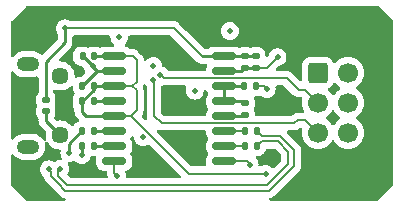
<source format=gbl>
%TF.GenerationSoftware,KiCad,Pcbnew,(7.0.0)*%
%TF.CreationDate,2024-01-19T16:55:17+05:30*%
%TF.ProjectId,Programmer,50726f67-7261-46d6-9d65-722e6b696361,rev?*%
%TF.SameCoordinates,Original*%
%TF.FileFunction,Copper,L4,Bot*%
%TF.FilePolarity,Positive*%
%FSLAX46Y46*%
G04 Gerber Fmt 4.6, Leading zero omitted, Abs format (unit mm)*
G04 Created by KiCad (PCBNEW (7.0.0)) date 2024-01-19 16:55:17*
%MOMM*%
%LPD*%
G01*
G04 APERTURE LIST*
G04 Aperture macros list*
%AMRoundRect*
0 Rectangle with rounded corners*
0 $1 Rounding radius*
0 $2 $3 $4 $5 $6 $7 $8 $9 X,Y pos of 4 corners*
0 Add a 4 corners polygon primitive as box body*
4,1,4,$2,$3,$4,$5,$6,$7,$8,$9,$2,$3,0*
0 Add four circle primitives for the rounded corners*
1,1,$1+$1,$2,$3*
1,1,$1+$1,$4,$5*
1,1,$1+$1,$6,$7*
1,1,$1+$1,$8,$9*
0 Add four rect primitives between the rounded corners*
20,1,$1+$1,$2,$3,$4,$5,0*
20,1,$1+$1,$4,$5,$6,$7,0*
20,1,$1+$1,$6,$7,$8,$9,0*
20,1,$1+$1,$8,$9,$2,$3,0*%
G04 Aperture macros list end*
%TA.AperFunction,ComponentPad*%
%ADD10RoundRect,0.250000X-0.600000X-0.600000X0.600000X-0.600000X0.600000X0.600000X-0.600000X0.600000X0*%
%TD*%
%TA.AperFunction,ComponentPad*%
%ADD11C,1.700000*%
%TD*%
%TA.AperFunction,ComponentPad*%
%ADD12O,1.900000X1.200000*%
%TD*%
%TA.AperFunction,ComponentPad*%
%ADD13C,1.450000*%
%TD*%
%TA.AperFunction,SMDPad,CuDef*%
%ADD14RoundRect,0.135000X-0.135000X-0.185000X0.135000X-0.185000X0.135000X0.185000X-0.135000X0.185000X0*%
%TD*%
%TA.AperFunction,SMDPad,CuDef*%
%ADD15RoundRect,0.140000X0.170000X-0.140000X0.170000X0.140000X-0.170000X0.140000X-0.170000X-0.140000X0*%
%TD*%
%TA.AperFunction,SMDPad,CuDef*%
%ADD16RoundRect,0.140000X0.140000X0.170000X-0.140000X0.170000X-0.140000X-0.170000X0.140000X-0.170000X0*%
%TD*%
%TA.AperFunction,SMDPad,CuDef*%
%ADD17RoundRect,0.140000X-0.140000X-0.170000X0.140000X-0.170000X0.140000X0.170000X-0.140000X0.170000X0*%
%TD*%
%TA.AperFunction,SMDPad,CuDef*%
%ADD18RoundRect,0.140000X-0.170000X0.140000X-0.170000X-0.140000X0.170000X-0.140000X0.170000X0.140000X0*%
%TD*%
%TA.AperFunction,SMDPad,CuDef*%
%ADD19RoundRect,0.135000X-0.185000X0.135000X-0.185000X-0.135000X0.185000X-0.135000X0.185000X0.135000X0*%
%TD*%
%TA.AperFunction,SMDPad,CuDef*%
%ADD20RoundRect,0.150000X0.875000X0.150000X-0.875000X0.150000X-0.875000X-0.150000X0.875000X-0.150000X0*%
%TD*%
%TA.AperFunction,ViaPad*%
%ADD21C,0.500000*%
%TD*%
%TA.AperFunction,Conductor*%
%ADD22C,0.200000*%
%TD*%
%TA.AperFunction,Conductor*%
%ADD23C,0.250000*%
%TD*%
G04 APERTURE END LIST*
D10*
%TO.P,J2,1,Pin_1*%
%TO.N,ESP_EN*%
X168783000Y-95072200D03*
D11*
%TO.P,J2,2,Pin_2*%
%TO.N,VOUT*%
X171323000Y-95072200D03*
%TO.P,J2,3,Pin_3*%
%TO.N,RXD*%
X168783000Y-97612200D03*
%TO.P,J2,4,Pin_4*%
%TO.N,GND*%
X171323000Y-97612200D03*
%TO.P,J2,5,Pin_5*%
%TO.N,TXD*%
X168783000Y-100152200D03*
%TO.P,J2,6,Pin_6*%
%TO.N,ESP_IO0_B*%
X171323000Y-100152200D03*
%TD*%
D12*
%TO.P,J3,6,Shield*%
%TO.N,GND_USB*%
X144253699Y-94340799D03*
D13*
X146953700Y-95340800D03*
X146953700Y-100340800D03*
D12*
X144253699Y-101340799D03*
%TD*%
D14*
%TO.P,R11,1*%
%TO.N,UD-*%
X162579800Y-100025200D03*
%TO.P,R11,2*%
%TO.N,D-*%
X163599800Y-100025200D03*
%TD*%
D15*
%TO.P,C10,1*%
%TO.N,GND_USB*%
X163521600Y-94635200D03*
%TO.P,C10,2*%
%TO.N,V_USB*%
X163521600Y-93675200D03*
%TD*%
D16*
%TO.P,C12,1*%
%TO.N,VOUT*%
X149781200Y-96215200D03*
%TO.P,C12,2*%
%TO.N,GND*%
X148821200Y-96215200D03*
%TD*%
D17*
%TO.P,C8,1*%
%TO.N,VDD1*%
X162559000Y-96215200D03*
%TO.P,C8,2*%
%TO.N,GND_USB*%
X163519000Y-96215200D03*
%TD*%
D15*
%TO.P,C9,1*%
%TO.N,GND_USB*%
X162581800Y-94637800D03*
%TO.P,C9,2*%
%TO.N,V_USB*%
X162581800Y-93677800D03*
%TD*%
D18*
%TO.P,C1,1*%
%TO.N,V_USB*%
X145745200Y-97360800D03*
%TO.P,C1,2*%
%TO.N,GND_USB*%
X145745200Y-98320800D03*
%TD*%
D16*
%TO.P,C11,1*%
%TO.N,VOUT*%
X149805600Y-93675200D03*
%TO.P,C11,2*%
%TO.N,GND*%
X148845600Y-93675200D03*
%TD*%
D19*
%TO.P,R9,1*%
%TO.N,VDD1*%
X162632600Y-97661000D03*
%TO.P,R9,2*%
%TO.N,SPU*%
X162632600Y-98681000D03*
%TD*%
D20*
%TO.P,U3,1,VBUS1*%
%TO.N,V_USB*%
X160832800Y-93675200D03*
%TO.P,U3,2,GND1*%
%TO.N,GND_USB*%
X160832800Y-94945200D03*
%TO.P,U3,3,VDD1*%
%TO.N,VDD1*%
X160832800Y-96215200D03*
%TO.P,U3,4,PDEN*%
X160832800Y-97485200D03*
%TO.P,U3,5,SPU*%
%TO.N,SPU*%
X160832800Y-98755200D03*
%TO.P,U3,6,UD-*%
%TO.N,UD-*%
X160832800Y-100025200D03*
%TO.P,U3,7,UD+*%
%TO.N,UD+*%
X160832800Y-101295200D03*
%TO.P,U3,8,GND1*%
%TO.N,GND_USB*%
X160832800Y-102565200D03*
%TO.P,U3,9,GND2*%
%TO.N,GND*%
X151532800Y-102565200D03*
%TO.P,U3,10,DD+*%
%TO.N,Net-(U3-DD+)*%
X151532800Y-101295200D03*
%TO.P,U3,11,DD-*%
%TO.N,Net-(U3-DD-)*%
X151532800Y-100025200D03*
%TO.P,U3,12,PIN*%
%TO.N,VOUT*%
X151532800Y-98755200D03*
%TO.P,U3,13,SPD*%
%TO.N,SPD*%
X151532800Y-97485200D03*
%TO.P,U3,14,VDD2*%
%TO.N,VOUT*%
X151532800Y-96215200D03*
%TO.P,U3,15,GND2*%
%TO.N,GND*%
X151532800Y-94945200D03*
%TO.P,U3,16,VBUS2*%
%TO.N,VOUT*%
X151532800Y-93675200D03*
%TD*%
D14*
%TO.P,R10,1*%
%TO.N,UD+*%
X162579800Y-101295200D03*
%TO.P,R10,2*%
%TO.N,D+*%
X163599800Y-101295200D03*
%TD*%
%TO.P,R14,1*%
%TO.N,CP_D+*%
X148764200Y-101295200D03*
%TO.P,R14,2*%
%TO.N,Net-(U3-DD+)*%
X149784200Y-101295200D03*
%TD*%
%TO.P,R15,1*%
%TO.N,CP_D-*%
X148789600Y-100025200D03*
%TO.P,R15,2*%
%TO.N,Net-(U3-DD-)*%
X149809600Y-100025200D03*
%TD*%
%TO.P,R13,1*%
%TO.N,VOUT*%
X148791200Y-97485200D03*
%TO.P,R13,2*%
%TO.N,SPD*%
X149811200Y-97485200D03*
%TD*%
D21*
%TO.N,GND*%
X161315400Y-91541600D03*
X153949400Y-100533200D03*
X149707600Y-94538800D03*
X151765000Y-103809800D03*
%TO.N,VOUT*%
X164338000Y-103632000D03*
%TO.N,GND_USB*%
X162991800Y-102844600D03*
X165354000Y-93751400D03*
X164439600Y-96469200D03*
%TO.N,V_USB*%
X147370800Y-91313000D03*
%TO.N,RXD*%
X155422600Y-95250000D03*
%TO.N,TXD*%
X154838400Y-95707200D03*
%TO.N,ESP_IO0_B*%
X154838400Y-94488000D03*
%TO.N,RTS*%
X151968200Y-92075000D03*
X158343600Y-96596200D03*
%TO.N,D-*%
X145999200Y-103251000D03*
%TO.N,D+*%
X146939000Y-103200200D03*
%TO.N,CP_D+*%
X148767800Y-102031800D03*
%TO.N,CP_D-*%
X147726400Y-101879400D03*
%TD*%
D22*
%TO.N,RXD*%
X167716200Y-96545400D02*
X168783000Y-97612200D01*
X167157400Y-96545400D02*
X167716200Y-96545400D01*
%TO.N,TXD*%
X167716200Y-99085400D02*
X168783000Y-100152200D01*
X167055800Y-99085400D02*
X167716200Y-99085400D01*
D23*
%TO.N,GND*%
X149707600Y-94538800D02*
X149701591Y-94538800D01*
X150107991Y-94945200D02*
X150083591Y-94945200D01*
X151532800Y-94945200D02*
X150107991Y-94945200D01*
X149701591Y-94538800D02*
X148845600Y-93682809D01*
X150083591Y-94945200D02*
X148821200Y-96207591D01*
X148845600Y-93682809D02*
X148845600Y-93675200D01*
D22*
X151532800Y-103577600D02*
X151765000Y-103809800D01*
D23*
X148821200Y-96207591D02*
X148821200Y-96215200D01*
X150107991Y-94945200D02*
X149707600Y-94544809D01*
D22*
X151532800Y-102565200D02*
X151532800Y-103577600D01*
D23*
X149707600Y-94544809D02*
X149707600Y-94538800D01*
%TO.N,VOUT*%
X151532800Y-98755200D02*
X149174200Y-98755200D01*
X149174200Y-98755200D02*
X148791200Y-98372200D01*
X151532800Y-96215200D02*
X149781200Y-96215200D01*
D22*
X151532800Y-98755200D02*
X152974200Y-98755200D01*
X152908000Y-98755200D02*
X151532800Y-98755200D01*
D23*
X148791200Y-98372200D02*
X148791200Y-97485200D01*
D22*
X157825600Y-103606600D02*
X164338000Y-103606600D01*
X151532800Y-93675200D02*
X153085800Y-93675200D01*
D23*
X151532800Y-93675200D02*
X149805600Y-93675200D01*
D22*
X153085800Y-93675200D02*
X153441400Y-94030800D01*
D23*
X149781200Y-96495200D02*
X148791200Y-97485200D01*
D22*
X153416000Y-98247200D02*
X152908000Y-98755200D01*
X153441400Y-94030800D02*
X153441400Y-95834200D01*
X153441400Y-95834200D02*
X153060400Y-96215200D01*
X153060400Y-96215200D02*
X151532800Y-96215200D01*
X153416000Y-96570800D02*
X153416000Y-98247200D01*
X152974200Y-98755200D02*
X157825600Y-103606600D01*
D23*
X149781200Y-96215200D02*
X149781200Y-96495200D01*
D22*
X153060400Y-96215200D02*
X153416000Y-96570800D01*
%TO.N,GND_USB*%
X160832800Y-102565200D02*
X162737800Y-102565200D01*
X163017200Y-102844600D02*
X163017200Y-102844600D01*
X164185600Y-96215200D02*
X164439600Y-96469200D01*
X164439600Y-96469200D02*
X164414200Y-96443800D01*
X162737800Y-102565200D02*
X162991800Y-102819200D01*
X165354000Y-93751400D02*
X165328600Y-93776800D01*
X164439600Y-96469200D02*
X164439600Y-96469200D01*
D23*
X162581800Y-94637800D02*
X163519000Y-94637800D01*
D22*
X165354000Y-93751400D02*
X165354000Y-93751400D01*
X162991800Y-102819200D02*
X162991800Y-102844600D01*
D23*
X162274400Y-94945200D02*
X162581800Y-94637800D01*
D22*
X163519000Y-96215200D02*
X164185600Y-96215200D01*
X163521600Y-94635200D02*
X164470200Y-94635200D01*
D23*
X160832800Y-94945200D02*
X162274400Y-94945200D01*
X145745200Y-98320800D02*
X145745200Y-99132300D01*
X163521600Y-96212600D02*
X163519000Y-96215200D01*
X163519000Y-94637800D02*
X163521600Y-94635200D01*
D22*
X162991800Y-102844600D02*
X163017200Y-102844600D01*
D23*
X145745200Y-99132300D02*
X146953700Y-100340800D01*
D22*
X164439600Y-96469200D02*
X164439600Y-96469200D01*
X165354000Y-93751400D02*
X165354000Y-93751400D01*
X164470200Y-94635200D02*
X165354000Y-93751400D01*
D23*
%TO.N,VDD1*%
X160832800Y-96215200D02*
X160832800Y-97485200D01*
X160832800Y-97485200D02*
X162456800Y-97485200D01*
X162456800Y-97485200D02*
X162632600Y-97661000D01*
X162559000Y-96215200D02*
X160832800Y-96215200D01*
%TO.N,V_USB*%
X145745200Y-94132400D02*
X147370800Y-92506800D01*
X147370800Y-92506800D02*
X147370800Y-91313000D01*
D22*
X158927800Y-93675200D02*
X156565600Y-91313000D01*
D23*
X145745200Y-97360800D02*
X145745200Y-94132400D01*
X158927800Y-93675200D02*
X160832800Y-93675200D01*
X160832800Y-93675200D02*
X163521600Y-93675200D01*
D22*
X156565600Y-91313000D02*
X147370800Y-91313000D01*
%TO.N,RXD*%
X155422600Y-95250000D02*
X155717800Y-95545200D01*
X166157200Y-95545200D02*
X167157400Y-96545400D01*
X155717800Y-95545200D02*
X166157200Y-95545200D01*
%TO.N,TXD*%
X154863800Y-95707200D02*
X154838400Y-95707200D01*
X155540000Y-99355200D02*
X154889200Y-98704400D01*
X154889200Y-95732600D02*
X154863800Y-95707200D01*
X154889200Y-98704400D02*
X154889200Y-95732600D01*
X167055800Y-99085400D02*
X166786000Y-99355200D01*
X166786000Y-99355200D02*
X155540000Y-99355200D01*
X154838400Y-95707200D02*
X154838400Y-95681800D01*
X154838400Y-95681800D02*
X154838400Y-95681800D01*
%TO.N,D-*%
X145973800Y-103251000D02*
X145973800Y-103251000D01*
X163599800Y-100025200D02*
X164009799Y-100435199D01*
X166722000Y-101583000D02*
X166722000Y-102988600D01*
X146151600Y-103555800D02*
X146151600Y-103428800D01*
X146729100Y-104400700D02*
X146151600Y-103823200D01*
X147379200Y-105050800D02*
X146729100Y-104400700D01*
X165574199Y-100435199D02*
X166722000Y-101583000D01*
X145999200Y-103251000D02*
X145973800Y-103251000D01*
X146151600Y-103428800D02*
X145999200Y-103276400D01*
X166722000Y-102988600D02*
X164659800Y-105050800D01*
X146151600Y-103823200D02*
X146151600Y-103555800D01*
X164009799Y-100435199D02*
X165574199Y-100435199D01*
X164659800Y-105050800D02*
X147379200Y-105050800D01*
X145999200Y-103276400D02*
X145999200Y-103251000D01*
%TO.N,D+*%
X164473400Y-104600800D02*
X147565600Y-104600800D01*
X165387801Y-100885201D02*
X166272000Y-101769400D01*
X146939000Y-103225600D02*
X146939000Y-103200200D01*
X146939000Y-103200200D02*
X146964400Y-103200200D01*
X147565600Y-104600800D02*
X147047300Y-104082500D01*
X163599800Y-101295200D02*
X164009799Y-100885201D01*
X146786600Y-103821800D02*
X146786600Y-103682800D01*
X166272000Y-102802200D02*
X164473400Y-104600800D01*
X164009799Y-100885201D02*
X165387801Y-100885201D01*
X146786600Y-103682800D02*
X146786600Y-103378000D01*
X146964400Y-103200200D02*
X146939000Y-103225600D01*
X166272000Y-101769400D02*
X166272000Y-102802200D01*
X147047300Y-104082500D02*
X146786600Y-103821800D01*
X146786600Y-103378000D02*
X146939000Y-103225600D01*
D23*
%TO.N,SPU*%
X162558400Y-98755200D02*
X162632600Y-98681000D01*
X160832800Y-98755200D02*
X162558400Y-98755200D01*
D22*
%TO.N,UD+*%
X160832800Y-101295200D02*
X162579800Y-101295200D01*
%TO.N,UD-*%
X162579800Y-100025200D02*
X160832800Y-100025200D01*
D23*
%TO.N,SPD*%
X149811200Y-97485200D02*
X151532800Y-97485200D01*
%TO.N,CP_D+*%
X148767800Y-102031800D02*
X148764200Y-102035400D01*
X148764200Y-102028200D02*
X148767800Y-102031800D01*
X148764200Y-102035400D02*
X148764200Y-102053600D01*
X148764200Y-101295200D02*
X148764200Y-102028200D01*
%TO.N,Net-(U3-DD+)*%
X151532800Y-101295200D02*
X149784200Y-101295200D01*
%TO.N,CP_D-*%
X147701000Y-101078425D02*
X147726400Y-101879400D01*
X148754225Y-100025200D02*
X147701000Y-101078425D01*
X148789600Y-100025200D02*
X148754225Y-100025200D01*
X147726400Y-101879400D02*
X147701000Y-101904800D01*
%TO.N,Net-(U3-DD-)*%
X151532800Y-100025200D02*
X149809600Y-100025200D01*
%TD*%
%TA.AperFunction,NonConductor*%
G36*
X156312956Y-91922939D02*
G01*
X156353184Y-91949819D01*
X158365586Y-93962221D01*
X158382602Y-93983459D01*
X158442014Y-94077077D01*
X158557218Y-94185262D01*
X158695708Y-94261397D01*
X158848781Y-94300700D01*
X159277108Y-94300700D01*
X159339389Y-94317475D01*
X159384818Y-94363263D01*
X159401104Y-94425673D01*
X159383840Y-94487820D01*
X159360029Y-94528082D01*
X159360025Y-94528089D01*
X159356056Y-94534802D01*
X159353880Y-94542291D01*
X159353879Y-94542294D01*
X159311970Y-94686542D01*
X159311968Y-94686551D01*
X159310202Y-94692631D01*
X159309705Y-94698939D01*
X159309704Y-94698948D01*
X159307491Y-94727071D01*
X159307490Y-94727086D01*
X159307300Y-94729506D01*
X159307300Y-94731951D01*
X159307300Y-94820700D01*
X159290687Y-94882700D01*
X159245300Y-94928087D01*
X159183300Y-94944700D01*
X156185657Y-94944700D01*
X156125676Y-94929228D01*
X156080663Y-94886672D01*
X156052708Y-94842182D01*
X156013077Y-94779110D01*
X155893490Y-94659523D01*
X155804532Y-94603627D01*
X155756180Y-94573245D01*
X155750290Y-94569544D01*
X155743727Y-94567247D01*
X155743724Y-94567246D01*
X155670325Y-94541563D01*
X155614333Y-94501833D01*
X155588061Y-94438406D01*
X155574713Y-94319941D01*
X155518856Y-94160310D01*
X155428877Y-94017110D01*
X155309290Y-93897523D01*
X155166090Y-93807544D01*
X155159524Y-93805246D01*
X155159521Y-93805245D01*
X155013033Y-93753987D01*
X155013030Y-93753986D01*
X155006459Y-93751687D01*
X154999542Y-93750907D01*
X154999535Y-93750906D01*
X154845323Y-93733531D01*
X154838400Y-93732751D01*
X154831477Y-93733531D01*
X154677264Y-93750906D01*
X154677255Y-93750907D01*
X154670341Y-93751687D01*
X154663771Y-93753985D01*
X154663766Y-93753987D01*
X154517278Y-93805245D01*
X154517272Y-93805247D01*
X154510710Y-93807544D01*
X154504819Y-93811245D01*
X154504818Y-93811246D01*
X154373410Y-93893815D01*
X154373405Y-93893818D01*
X154367510Y-93897523D01*
X154362585Y-93902447D01*
X154362581Y-93902451D01*
X154247923Y-94017110D01*
X154246502Y-94015689D01*
X154210680Y-94043695D01*
X154154346Y-94054886D01*
X154099012Y-94039493D01*
X154056550Y-94000818D01*
X154036070Y-93947158D01*
X154035111Y-93939875D01*
X154026444Y-93874038D01*
X153965936Y-93727959D01*
X153869682Y-93602518D01*
X153844622Y-93583289D01*
X153832434Y-93572599D01*
X153543999Y-93284164D01*
X153533303Y-93271968D01*
X153519028Y-93253364D01*
X153514082Y-93246918D01*
X153388641Y-93150664D01*
X153381133Y-93147554D01*
X153250071Y-93093266D01*
X153250068Y-93093265D01*
X153242562Y-93090156D01*
X153234508Y-93089095D01*
X153234502Y-93089094D01*
X153233804Y-93089003D01*
X153117102Y-93073639D01*
X153085800Y-93069518D01*
X153077741Y-93070579D01*
X153054498Y-93073639D01*
X153038313Y-93074700D01*
X152928608Y-93074700D01*
X152881155Y-93065261D01*
X152840927Y-93038381D01*
X152815183Y-93012637D01*
X152815182Y-93012636D01*
X152809665Y-93007119D01*
X152802951Y-93003148D01*
X152802948Y-93003146D01*
X152674913Y-92927427D01*
X152674911Y-92927426D01*
X152668198Y-92923456D01*
X152660674Y-92921270D01*
X152516452Y-92879369D01*
X152516449Y-92879368D01*
X152510369Y-92877602D01*
X152504060Y-92877105D01*
X152502399Y-92876802D01*
X152450799Y-92854405D01*
X152414404Y-92811516D01*
X152400702Y-92756959D01*
X152412514Y-92701963D01*
X152440364Y-92666751D01*
X152439090Y-92665477D01*
X152476452Y-92628115D01*
X152558677Y-92545890D01*
X152648656Y-92402690D01*
X152704513Y-92243059D01*
X152723449Y-92075000D01*
X152720788Y-92051383D01*
X152732288Y-91983699D01*
X152778036Y-91932506D01*
X152844008Y-91913500D01*
X156265503Y-91913500D01*
X156312956Y-91922939D01*
G37*
%TD.AperFunction*%
%TA.AperFunction,NonConductor*%
G36*
X151158364Y-91932506D02*
G01*
X151204112Y-91983699D01*
X151215611Y-92051383D01*
X151212951Y-92075000D01*
X151213731Y-92081923D01*
X151231106Y-92236135D01*
X151231107Y-92236142D01*
X151231887Y-92243059D01*
X151234186Y-92249630D01*
X151234187Y-92249633D01*
X151250708Y-92296849D01*
X151287744Y-92402690D01*
X151377723Y-92545890D01*
X151382651Y-92550817D01*
X151382651Y-92550818D01*
X151494852Y-92663019D01*
X151525102Y-92712382D01*
X151529644Y-92770098D01*
X151507489Y-92823585D01*
X151463466Y-92861185D01*
X151407171Y-92874700D01*
X150592106Y-92874700D01*
X150589686Y-92874890D01*
X150589671Y-92874891D01*
X150561548Y-92877104D01*
X150561539Y-92877105D01*
X150555231Y-92877602D01*
X150549151Y-92879368D01*
X150549142Y-92879370D01*
X150404894Y-92921279D01*
X150404891Y-92921280D01*
X150397402Y-92923456D01*
X150390691Y-92927424D01*
X150390681Y-92927429D01*
X150371903Y-92938534D01*
X150308784Y-92955800D01*
X150245666Y-92938532D01*
X150208714Y-92916678D01*
X150208703Y-92916673D01*
X150201995Y-92912706D01*
X150194502Y-92910529D01*
X150052681Y-92869325D01*
X150052674Y-92869323D01*
X150046593Y-92867557D01*
X150040282Y-92867060D01*
X150040275Y-92867059D01*
X150012724Y-92864891D01*
X150012710Y-92864890D01*
X150010290Y-92864700D01*
X149600910Y-92864700D01*
X149598490Y-92864890D01*
X149598475Y-92864891D01*
X149570924Y-92867059D01*
X149570915Y-92867060D01*
X149564607Y-92867557D01*
X149558527Y-92869323D01*
X149558518Y-92869325D01*
X149416697Y-92910529D01*
X149416694Y-92910530D01*
X149409205Y-92912706D01*
X149391028Y-92923456D01*
X149388718Y-92924822D01*
X149325600Y-92942088D01*
X149262482Y-92924822D01*
X149261116Y-92924014D01*
X149241995Y-92912706D01*
X149234502Y-92910529D01*
X149092681Y-92869325D01*
X149092674Y-92869323D01*
X149086593Y-92867557D01*
X149080282Y-92867060D01*
X149080275Y-92867059D01*
X149052724Y-92864891D01*
X149052710Y-92864890D01*
X149050290Y-92864700D01*
X148640910Y-92864700D01*
X148638490Y-92864890D01*
X148638475Y-92864891D01*
X148610924Y-92867059D01*
X148610915Y-92867060D01*
X148604607Y-92867557D01*
X148598527Y-92869323D01*
X148598518Y-92869325D01*
X148456697Y-92910529D01*
X148456694Y-92910530D01*
X148449205Y-92912706D01*
X148442491Y-92916676D01*
X148442490Y-92916677D01*
X148316630Y-92991110D01*
X148316626Y-92991112D01*
X148309913Y-92995083D01*
X148304398Y-93000597D01*
X148304394Y-93000601D01*
X148201001Y-93103994D01*
X148200997Y-93103998D01*
X148195483Y-93109513D01*
X148191512Y-93116226D01*
X148191510Y-93116230D01*
X148117077Y-93242090D01*
X148113106Y-93248805D01*
X148110930Y-93256294D01*
X148110929Y-93256297D01*
X148069725Y-93398118D01*
X148069723Y-93398127D01*
X148067957Y-93404207D01*
X148067460Y-93410515D01*
X148067459Y-93410524D01*
X148065291Y-93438075D01*
X148065290Y-93438090D01*
X148065100Y-93440510D01*
X148065100Y-93909890D01*
X148065290Y-93912310D01*
X148065291Y-93912324D01*
X148067459Y-93939875D01*
X148067460Y-93939882D01*
X148067957Y-93946193D01*
X148069723Y-93952274D01*
X148069725Y-93952281D01*
X148107533Y-94082414D01*
X148113106Y-94101595D01*
X148195483Y-94240887D01*
X148309913Y-94355317D01*
X148449205Y-94437694D01*
X148604607Y-94482843D01*
X148640910Y-94485700D01*
X148712539Y-94485700D01*
X148759992Y-94495139D01*
X148800220Y-94522019D01*
X148943859Y-94665658D01*
X148973219Y-94712384D01*
X149024843Y-94859916D01*
X149024845Y-94859921D01*
X149027144Y-94866490D01*
X149030845Y-94872380D01*
X149030846Y-94872382D01*
X149071221Y-94936638D01*
X149089447Y-94988726D01*
X149083269Y-95043564D01*
X149053908Y-95090291D01*
X148775819Y-95368381D01*
X148735591Y-95395261D01*
X148688138Y-95404700D01*
X148616510Y-95404700D01*
X148614090Y-95404890D01*
X148614075Y-95404891D01*
X148586524Y-95407059D01*
X148586515Y-95407060D01*
X148580207Y-95407557D01*
X148574127Y-95409323D01*
X148574118Y-95409325D01*
X148432297Y-95450529D01*
X148432294Y-95450530D01*
X148424805Y-95452706D01*
X148418094Y-95456674D01*
X148418089Y-95456677D01*
X148368088Y-95486248D01*
X148303235Y-95503504D01*
X148238890Y-95484443D01*
X148193898Y-95434650D01*
X148181439Y-95368707D01*
X148181579Y-95367116D01*
X148183881Y-95340800D01*
X148165192Y-95127181D01*
X148161116Y-95111971D01*
X148136651Y-95020664D01*
X148109692Y-94920053D01*
X148019068Y-94725710D01*
X147896073Y-94550055D01*
X147744445Y-94398427D01*
X147740014Y-94395324D01*
X147740010Y-94395321D01*
X147573220Y-94278533D01*
X147573218Y-94278531D01*
X147568791Y-94275432D01*
X147563894Y-94273148D01*
X147563888Y-94273145D01*
X147379353Y-94187095D01*
X147379346Y-94187092D01*
X147374447Y-94184808D01*
X147369220Y-94183407D01*
X147369219Y-94183407D01*
X147172551Y-94130709D01*
X147172541Y-94130707D01*
X147167319Y-94129308D01*
X147161927Y-94128836D01*
X147161920Y-94128835D01*
X146959095Y-94111091D01*
X146953700Y-94110619D01*
X146949884Y-94110952D01*
X146894165Y-94097576D01*
X146850142Y-94059976D01*
X146827987Y-94006489D01*
X146832529Y-93948773D01*
X146862779Y-93899410D01*
X147294114Y-93468075D01*
X147758106Y-93004082D01*
X147766282Y-92996643D01*
X147772677Y-92992586D01*
X147818733Y-92943540D01*
X147821350Y-92940838D01*
X147840920Y-92921270D01*
X147843365Y-92918116D01*
X147850955Y-92909228D01*
X147880862Y-92877382D01*
X147890509Y-92859832D01*
X147901193Y-92843566D01*
X147913474Y-92827736D01*
X147930818Y-92787651D01*
X147935960Y-92777156D01*
X147947890Y-92755456D01*
X147956997Y-92738892D01*
X147961979Y-92719489D01*
X147968280Y-92701083D01*
X147976238Y-92682695D01*
X147983069Y-92639556D01*
X147985439Y-92628115D01*
X147994360Y-92593374D01*
X147994359Y-92593374D01*
X147996300Y-92585819D01*
X147996300Y-92565783D01*
X147997825Y-92546397D01*
X148000960Y-92526604D01*
X147996850Y-92483124D01*
X147996300Y-92471455D01*
X147996300Y-92037500D01*
X148012913Y-91975500D01*
X148058300Y-91930113D01*
X148120300Y-91913500D01*
X151092392Y-91913500D01*
X151158364Y-91932506D01*
G37*
%TD.AperFunction*%
%TA.AperFunction,NonConductor*%
G36*
X170230100Y-95904585D02*
G01*
X170282842Y-95941227D01*
X170284505Y-95943601D01*
X170451599Y-96110695D01*
X170456032Y-96113799D01*
X170456038Y-96113804D01*
X170637158Y-96240625D01*
X170676024Y-96284943D01*
X170690035Y-96342200D01*
X170676024Y-96399457D01*
X170637159Y-96443775D01*
X170538654Y-96512749D01*
X170451599Y-96573705D01*
X170447775Y-96577528D01*
X170447769Y-96577534D01*
X170288334Y-96736969D01*
X170288328Y-96736975D01*
X170284505Y-96740799D01*
X170281402Y-96745229D01*
X170281399Y-96745234D01*
X170154575Y-96926359D01*
X170110257Y-96965225D01*
X170053000Y-96979236D01*
X169995743Y-96965225D01*
X169951425Y-96926359D01*
X169879158Y-96823151D01*
X169821495Y-96740799D01*
X169654401Y-96573705D01*
X169652027Y-96572042D01*
X169615385Y-96519300D01*
X169610425Y-96454432D01*
X169638989Y-96395981D01*
X169689124Y-96362747D01*
X169688933Y-96362338D01*
X169691662Y-96361065D01*
X169693215Y-96360036D01*
X169693962Y-96359788D01*
X169702334Y-96357014D01*
X169851656Y-96264912D01*
X169975712Y-96140856D01*
X170067814Y-95991534D01*
X170070835Y-95982415D01*
X170071865Y-95980862D01*
X170073138Y-95978133D01*
X170073547Y-95978324D01*
X170106781Y-95928189D01*
X170165232Y-95899625D01*
X170230100Y-95904585D01*
G37*
%TD.AperFunction*%
%TA.AperFunction,NonConductor*%
G36*
X155709741Y-96149821D02*
G01*
X155717800Y-96150882D01*
X155725859Y-96149821D01*
X155749102Y-96146761D01*
X155765287Y-96145700D01*
X157531355Y-96145700D01*
X157588269Y-96159533D01*
X157632484Y-96197945D01*
X157654137Y-96252366D01*
X157648397Y-96310654D01*
X157609587Y-96421566D01*
X157609585Y-96421571D01*
X157607287Y-96428141D01*
X157606507Y-96435055D01*
X157606506Y-96435064D01*
X157590454Y-96577534D01*
X157588351Y-96596200D01*
X157589131Y-96603123D01*
X157606506Y-96757335D01*
X157606507Y-96757342D01*
X157607287Y-96764259D01*
X157609586Y-96770830D01*
X157609587Y-96770833D01*
X157657444Y-96907602D01*
X157663144Y-96923890D01*
X157753123Y-97067090D01*
X157872710Y-97186677D01*
X158015910Y-97276656D01*
X158175541Y-97332513D01*
X158343600Y-97351449D01*
X158511659Y-97332513D01*
X158671290Y-97276656D01*
X158814490Y-97186677D01*
X158934077Y-97067090D01*
X159024056Y-96923890D01*
X159079913Y-96764259D01*
X159098849Y-96596200D01*
X159101084Y-96596451D01*
X159111880Y-96551996D01*
X159150238Y-96507793D01*
X159204597Y-96486106D01*
X159262848Y-96491766D01*
X159312015Y-96523513D01*
X159341144Y-96574273D01*
X159356056Y-96625598D01*
X159360026Y-96632311D01*
X159360027Y-96632313D01*
X159366840Y-96643833D01*
X159439719Y-96767065D01*
X159445232Y-96772578D01*
X159446491Y-96774201D01*
X159469525Y-96823151D01*
X159469525Y-96877249D01*
X159446491Y-96926199D01*
X159445232Y-96927821D01*
X159439719Y-96933335D01*
X159435751Y-96940044D01*
X159435749Y-96940047D01*
X159360027Y-97068086D01*
X159360024Y-97068091D01*
X159356056Y-97074802D01*
X159353880Y-97082291D01*
X159353879Y-97082294D01*
X159311970Y-97226542D01*
X159311968Y-97226551D01*
X159310202Y-97232631D01*
X159309705Y-97238939D01*
X159309704Y-97238948D01*
X159307491Y-97267071D01*
X159307490Y-97267086D01*
X159307300Y-97269506D01*
X159307300Y-97700894D01*
X159307490Y-97703314D01*
X159307491Y-97703328D01*
X159309704Y-97731451D01*
X159309705Y-97731458D01*
X159310202Y-97737769D01*
X159311968Y-97743850D01*
X159311970Y-97743857D01*
X159345766Y-97860181D01*
X159356056Y-97895598D01*
X159360026Y-97902311D01*
X159360027Y-97902313D01*
X159377175Y-97931308D01*
X159439719Y-98037065D01*
X159445232Y-98042578D01*
X159446491Y-98044201D01*
X159469525Y-98093151D01*
X159469525Y-98147249D01*
X159446491Y-98196199D01*
X159445232Y-98197821D01*
X159439719Y-98203335D01*
X159435751Y-98210044D01*
X159435749Y-98210047D01*
X159360027Y-98338086D01*
X159360024Y-98338091D01*
X159356056Y-98344802D01*
X159353880Y-98352291D01*
X159353879Y-98352294D01*
X159311970Y-98496542D01*
X159311968Y-98496551D01*
X159310202Y-98502631D01*
X159309705Y-98508939D01*
X159309704Y-98508948D01*
X159307491Y-98537071D01*
X159307490Y-98537086D01*
X159307300Y-98539506D01*
X159307300Y-98541951D01*
X159307300Y-98630700D01*
X159290687Y-98692700D01*
X159245300Y-98738087D01*
X159183300Y-98754700D01*
X155840097Y-98754700D01*
X155792644Y-98745261D01*
X155752416Y-98718381D01*
X155526019Y-98491984D01*
X155499139Y-98451756D01*
X155489700Y-98404303D01*
X155489700Y-96262247D01*
X155509119Y-96195622D01*
X155561295Y-96149865D01*
X155629885Y-96139308D01*
X155709741Y-96149821D01*
G37*
%TD.AperFunction*%
%TA.AperFunction,NonConductor*%
G36*
X165904556Y-96155139D02*
G01*
X165944784Y-96182019D01*
X166699199Y-96936434D01*
X166709889Y-96948622D01*
X166729118Y-96973682D01*
X166834109Y-97054244D01*
X166854559Y-97069936D01*
X167000638Y-97130444D01*
X167157400Y-97151082D01*
X167165459Y-97150021D01*
X167188702Y-97146961D01*
X167204887Y-97145900D01*
X167348204Y-97145900D01*
X167403048Y-97158688D01*
X167446580Y-97194413D01*
X167469821Y-97245708D01*
X167467979Y-97301993D01*
X167449337Y-97371565D01*
X167449335Y-97371570D01*
X167447937Y-97376792D01*
X167447465Y-97382177D01*
X167447465Y-97382182D01*
X167427813Y-97606805D01*
X167427341Y-97612200D01*
X167427813Y-97617595D01*
X167441818Y-97777677D01*
X167447937Y-97847608D01*
X167449336Y-97852830D01*
X167449337Y-97852834D01*
X167507694Y-98070630D01*
X167507697Y-98070638D01*
X167509097Y-98075863D01*
X167511385Y-98080770D01*
X167511386Y-98080772D01*
X167606570Y-98284895D01*
X167608965Y-98290030D01*
X167612066Y-98294459D01*
X167614632Y-98298903D01*
X167631243Y-98360903D01*
X167614629Y-98422902D01*
X167569242Y-98468288D01*
X167507243Y-98484900D01*
X167103287Y-98484900D01*
X167087102Y-98483839D01*
X167063859Y-98480779D01*
X167055800Y-98479718D01*
X167047740Y-98480779D01*
X166913862Y-98498403D01*
X166913860Y-98498403D01*
X166899038Y-98500355D01*
X166899038Y-98500356D01*
X166885311Y-98506041D01*
X166885309Y-98506042D01*
X166760466Y-98557754D01*
X166760462Y-98557755D01*
X166752959Y-98560864D01*
X166746514Y-98565808D01*
X166746511Y-98565811D01*
X166633963Y-98652172D01*
X166633960Y-98652174D01*
X166627518Y-98657118D01*
X166622573Y-98663561D01*
X166622570Y-98663565D01*
X166608293Y-98682170D01*
X166597603Y-98694359D01*
X166573584Y-98718379D01*
X166533355Y-98745261D01*
X166485901Y-98754700D01*
X163577100Y-98754700D01*
X163515100Y-98738087D01*
X163469713Y-98692700D01*
X163453100Y-98630701D01*
X163453099Y-98484243D01*
X163453099Y-98481820D01*
X163450265Y-98445796D01*
X163405469Y-98291607D01*
X163371470Y-98234118D01*
X163354203Y-98170998D01*
X163371470Y-98107880D01*
X163405469Y-98050393D01*
X163450265Y-97896204D01*
X163453100Y-97860181D01*
X163453099Y-97461820D01*
X163450265Y-97425796D01*
X163405469Y-97271607D01*
X163370702Y-97212820D01*
X163353439Y-97150674D01*
X163369725Y-97088263D01*
X163415154Y-97042476D01*
X163477435Y-97025700D01*
X163721245Y-97025700D01*
X163723690Y-97025700D01*
X163759993Y-97022843D01*
X163822759Y-97004606D01*
X163888191Y-97003578D01*
X163945035Y-97036002D01*
X163968710Y-97059677D01*
X164111910Y-97149656D01*
X164271541Y-97205513D01*
X164439600Y-97224449D01*
X164607659Y-97205513D01*
X164767290Y-97149656D01*
X164910490Y-97059677D01*
X165030077Y-96940090D01*
X165120056Y-96796890D01*
X165175913Y-96637259D01*
X165194849Y-96469200D01*
X165175913Y-96301141D01*
X165174235Y-96296346D01*
X165174235Y-96242106D01*
X165198179Y-96192387D01*
X165241325Y-96157980D01*
X165295126Y-96145700D01*
X165857103Y-96145700D01*
X165904556Y-96155139D01*
G37*
%TD.AperFunction*%
%TA.AperFunction,NonConductor*%
G36*
X154145792Y-96049556D02*
G01*
X154195424Y-96094539D01*
X154230160Y-96149821D01*
X154247923Y-96178090D01*
X154252851Y-96183018D01*
X154257188Y-96188456D01*
X154256627Y-96188903D01*
X154279261Y-96222776D01*
X154288700Y-96270229D01*
X154288700Y-98656913D01*
X154287638Y-98673098D01*
X154283518Y-98704400D01*
X154284579Y-98712459D01*
X154298017Y-98814533D01*
X154303094Y-98853101D01*
X154303095Y-98853106D01*
X154304156Y-98861162D01*
X154307265Y-98868668D01*
X154307267Y-98868675D01*
X154330589Y-98924979D01*
X154338501Y-98991829D01*
X154310318Y-99052963D01*
X154254346Y-99090362D01*
X154187081Y-99093005D01*
X154128347Y-99060112D01*
X153877513Y-98809278D01*
X153846933Y-98758883D01*
X153843078Y-98700061D01*
X153866818Y-98646111D01*
X153884868Y-98622590D01*
X153940536Y-98550041D01*
X154001044Y-98403962D01*
X154021682Y-98247200D01*
X154017561Y-98215898D01*
X154016500Y-98199713D01*
X154016500Y-96618287D01*
X154017561Y-96602102D01*
X154020621Y-96578859D01*
X154021682Y-96570800D01*
X154001044Y-96414038D01*
X153941620Y-96270576D01*
X153933242Y-96206934D01*
X153957809Y-96147632D01*
X153965936Y-96137041D01*
X153975869Y-96113060D01*
X154017261Y-96060400D01*
X154080005Y-96036950D01*
X154145792Y-96049556D01*
G37*
%TD.AperFunction*%
%TA.AperFunction,NonConductor*%
G36*
X170110257Y-98259176D02*
G01*
X170154575Y-98298042D01*
X170281395Y-98479161D01*
X170281401Y-98479168D01*
X170284505Y-98483601D01*
X170451599Y-98650695D01*
X170456032Y-98653799D01*
X170456038Y-98653804D01*
X170637158Y-98780625D01*
X170676024Y-98824943D01*
X170690035Y-98882200D01*
X170676024Y-98939457D01*
X170637159Y-98983775D01*
X170456041Y-99110595D01*
X170451599Y-99113705D01*
X170447775Y-99117528D01*
X170447769Y-99117534D01*
X170288334Y-99276969D01*
X170288328Y-99276975D01*
X170284505Y-99280799D01*
X170281402Y-99285229D01*
X170281399Y-99285234D01*
X170154575Y-99466359D01*
X170110257Y-99505225D01*
X170053000Y-99519236D01*
X169995743Y-99505225D01*
X169951425Y-99466359D01*
X169897543Y-99389407D01*
X169821495Y-99280799D01*
X169654401Y-99113705D01*
X169649968Y-99110601D01*
X169649961Y-99110595D01*
X169468842Y-98983775D01*
X169429976Y-98939457D01*
X169415965Y-98882200D01*
X169429976Y-98824943D01*
X169468842Y-98780625D01*
X169649961Y-98653804D01*
X169649961Y-98653803D01*
X169654401Y-98650695D01*
X169821495Y-98483601D01*
X169830440Y-98470827D01*
X169951425Y-98298042D01*
X169995743Y-98259176D01*
X170053000Y-98245165D01*
X170110257Y-98259176D01*
G37*
%TD.AperFunction*%
%TA.AperFunction,NonConductor*%
G36*
X147989585Y-96185962D02*
G01*
X148027185Y-96229985D01*
X148040700Y-96286278D01*
X148040700Y-96449890D01*
X148040890Y-96452310D01*
X148040891Y-96452324D01*
X148043059Y-96479875D01*
X148043060Y-96479882D01*
X148043557Y-96486193D01*
X148045323Y-96492274D01*
X148045325Y-96492281D01*
X148068138Y-96570800D01*
X148088706Y-96641595D01*
X148158939Y-96760352D01*
X148162149Y-96765780D01*
X148178269Y-96812070D01*
X148175193Y-96860991D01*
X148154020Y-96903646D01*
X148150065Y-96907602D01*
X148146098Y-96914308D01*
X148146093Y-96914316D01*
X148072302Y-97039091D01*
X148072299Y-97039096D01*
X148068331Y-97045807D01*
X148066155Y-97053296D01*
X148066154Y-97053299D01*
X148025303Y-97193907D01*
X148025301Y-97193916D01*
X148023535Y-97199996D01*
X148023038Y-97206304D01*
X148023037Y-97206313D01*
X148020891Y-97233584D01*
X148020890Y-97233600D01*
X148020700Y-97236019D01*
X148020700Y-97238463D01*
X148020700Y-97238464D01*
X148020700Y-97731956D01*
X148020700Y-97731981D01*
X148020701Y-97734380D01*
X148020890Y-97736794D01*
X148020891Y-97736796D01*
X148021446Y-97743857D01*
X148023535Y-97770404D01*
X148025301Y-97776482D01*
X148025302Y-97776488D01*
X148057730Y-97888105D01*
X148068331Y-97924593D01*
X148072301Y-97931306D01*
X148072302Y-97931308D01*
X148148432Y-98060037D01*
X148165700Y-98123158D01*
X148165700Y-98294425D01*
X148165178Y-98305480D01*
X148163527Y-98312867D01*
X148163771Y-98320653D01*
X148163771Y-98320661D01*
X148165639Y-98380073D01*
X148165700Y-98383968D01*
X148165700Y-98411550D01*
X148166188Y-98415419D01*
X148166189Y-98415425D01*
X148166204Y-98415543D01*
X148167118Y-98427166D01*
X148168245Y-98463030D01*
X148168246Y-98463037D01*
X148168491Y-98470827D01*
X148170667Y-98478319D01*
X148170668Y-98478321D01*
X148174079Y-98490062D01*
X148178025Y-98509115D01*
X148180536Y-98528992D01*
X148183406Y-98536242D01*
X148183408Y-98536248D01*
X148196614Y-98569604D01*
X148200397Y-98580651D01*
X148212582Y-98622590D01*
X148216553Y-98629305D01*
X148216554Y-98629307D01*
X148222781Y-98639837D01*
X148231336Y-98657299D01*
X148235842Y-98668680D01*
X148235843Y-98668683D01*
X148238714Y-98675932D01*
X148250897Y-98692700D01*
X148264381Y-98711260D01*
X148270793Y-98721022D01*
X148289056Y-98751902D01*
X148289059Y-98751907D01*
X148293030Y-98758620D01*
X148298545Y-98764135D01*
X148307190Y-98772780D01*
X148319826Y-98787574D01*
X148327019Y-98797475D01*
X148327023Y-98797479D01*
X148331606Y-98803787D01*
X148337615Y-98808758D01*
X148337616Y-98808759D01*
X148365258Y-98831626D01*
X148373899Y-98839489D01*
X148551463Y-99017053D01*
X148583387Y-99072014D01*
X148583886Y-99135572D01*
X148552830Y-99191027D01*
X148498377Y-99223810D01*
X148407699Y-99250154D01*
X148407696Y-99250155D01*
X148400207Y-99252331D01*
X148393496Y-99256299D01*
X148393491Y-99256302D01*
X148268719Y-99330092D01*
X148268715Y-99330094D01*
X148262002Y-99334065D01*
X148256487Y-99339579D01*
X148256483Y-99339583D01*
X148153983Y-99442083D01*
X148153979Y-99442087D01*
X148148465Y-99447602D01*
X148144494Y-99454315D01*
X148144492Y-99454319D01*
X148097474Y-99533823D01*
X148056544Y-99575803D01*
X148000902Y-99594285D01*
X147942989Y-99585138D01*
X147896923Y-99551268D01*
X147896073Y-99550055D01*
X147744445Y-99398427D01*
X147740014Y-99395324D01*
X147740010Y-99395321D01*
X147573220Y-99278533D01*
X147573218Y-99278531D01*
X147568791Y-99275432D01*
X147563894Y-99273148D01*
X147563888Y-99273145D01*
X147379353Y-99187095D01*
X147379346Y-99187092D01*
X147374447Y-99184808D01*
X147369220Y-99183407D01*
X147369219Y-99183407D01*
X147172551Y-99130709D01*
X147172541Y-99130707D01*
X147167319Y-99129308D01*
X147161927Y-99128836D01*
X147161920Y-99128835D01*
X146959095Y-99111091D01*
X146953700Y-99110619D01*
X146948305Y-99111091D01*
X146745471Y-99128836D01*
X146745466Y-99128836D01*
X146740081Y-99129308D01*
X146734858Y-99130707D01*
X146734849Y-99130709D01*
X146719887Y-99134718D01*
X146655701Y-99134717D01*
X146600115Y-99102624D01*
X146466818Y-98969327D01*
X146437830Y-98923649D01*
X146431049Y-98869976D01*
X146447765Y-98818528D01*
X146507694Y-98717195D01*
X146552843Y-98561793D01*
X146555700Y-98525490D01*
X146555700Y-98116110D01*
X146552843Y-98079807D01*
X146507694Y-97924405D01*
X146503374Y-97917100D01*
X146495580Y-97903920D01*
X146478312Y-97840799D01*
X146495581Y-97777677D01*
X146503721Y-97763913D01*
X146503721Y-97763912D01*
X146507694Y-97757195D01*
X146552843Y-97601793D01*
X146555700Y-97565490D01*
X146555700Y-97156110D01*
X146552843Y-97119807D01*
X146507694Y-96964405D01*
X146425317Y-96825113D01*
X146407019Y-96806815D01*
X146380139Y-96766587D01*
X146370700Y-96719134D01*
X146370700Y-96614325D01*
X146384711Y-96557067D01*
X146423579Y-96512749D01*
X146478519Y-96491385D01*
X146532808Y-96497333D01*
X146532953Y-96496792D01*
X146538183Y-96498193D01*
X146538182Y-96498193D01*
X146734848Y-96550890D01*
X146734850Y-96550890D01*
X146740081Y-96552292D01*
X146953700Y-96570981D01*
X147167319Y-96552292D01*
X147374447Y-96496792D01*
X147568791Y-96406168D01*
X147744445Y-96283173D01*
X147829019Y-96198599D01*
X147878382Y-96168349D01*
X147936098Y-96163807D01*
X147989585Y-96185962D01*
G37*
%TD.AperFunction*%
%TA.AperFunction,NonConductor*%
G36*
X142976450Y-94962525D02*
G01*
X143023807Y-95002391D01*
X143034604Y-95017554D01*
X143068214Y-95064752D01*
X143220322Y-95209786D01*
X143397128Y-95323413D01*
X143402611Y-95325608D01*
X143402613Y-95325609D01*
X143454027Y-95346192D01*
X143592243Y-95401525D01*
X143798615Y-95441300D01*
X144653171Y-95441300D01*
X144656125Y-95441300D01*
X144812918Y-95426328D01*
X144960765Y-95382915D01*
X145017716Y-95379863D01*
X145070010Y-95402626D01*
X145106584Y-95446388D01*
X145119700Y-95501893D01*
X145119700Y-96719134D01*
X145110261Y-96766587D01*
X145083381Y-96806815D01*
X145070601Y-96819594D01*
X145070597Y-96819598D01*
X145065083Y-96825113D01*
X145061112Y-96831826D01*
X145061110Y-96831830D01*
X145000468Y-96934371D01*
X144982706Y-96964405D01*
X144980530Y-96971894D01*
X144980529Y-96971897D01*
X144939325Y-97113718D01*
X144939323Y-97113727D01*
X144937557Y-97119807D01*
X144937060Y-97126115D01*
X144937059Y-97126124D01*
X144934891Y-97153675D01*
X144934890Y-97153690D01*
X144934700Y-97156110D01*
X144934700Y-97565490D01*
X144934890Y-97567910D01*
X144934891Y-97567924D01*
X144937059Y-97595475D01*
X144937060Y-97595482D01*
X144937557Y-97601793D01*
X144939323Y-97607874D01*
X144939325Y-97607881D01*
X144976779Y-97736796D01*
X144982706Y-97757195D01*
X144986676Y-97763909D01*
X144986678Y-97763912D01*
X144994820Y-97777680D01*
X145012087Y-97840797D01*
X144994822Y-97903915D01*
X144986678Y-97917686D01*
X144986673Y-97917695D01*
X144982706Y-97924405D01*
X144980530Y-97931894D01*
X144980529Y-97931897D01*
X144939325Y-98073718D01*
X144939323Y-98073727D01*
X144937557Y-98079807D01*
X144937060Y-98086115D01*
X144937059Y-98086124D01*
X144934891Y-98113675D01*
X144934890Y-98113690D01*
X144934700Y-98116110D01*
X144934700Y-98525490D01*
X144934890Y-98527910D01*
X144934891Y-98527924D01*
X144937059Y-98555475D01*
X144937060Y-98555482D01*
X144937557Y-98561793D01*
X144939323Y-98567874D01*
X144939325Y-98567881D01*
X144965304Y-98657299D01*
X144982706Y-98717195D01*
X145065083Y-98856487D01*
X145070601Y-98862004D01*
X145070601Y-98862005D01*
X145083381Y-98874785D01*
X145110261Y-98915013D01*
X145119700Y-98962466D01*
X145119700Y-99054525D01*
X145119178Y-99065580D01*
X145117527Y-99072967D01*
X145117771Y-99080753D01*
X145117771Y-99080761D01*
X145119639Y-99140173D01*
X145119700Y-99144068D01*
X145119700Y-99171650D01*
X145120188Y-99175519D01*
X145120189Y-99175525D01*
X145120204Y-99175643D01*
X145121118Y-99187266D01*
X145122245Y-99223130D01*
X145122246Y-99223137D01*
X145122491Y-99230927D01*
X145124667Y-99238419D01*
X145124668Y-99238421D01*
X145128079Y-99250162D01*
X145132025Y-99269215D01*
X145133004Y-99276969D01*
X145134536Y-99289092D01*
X145137406Y-99296342D01*
X145137408Y-99296348D01*
X145150614Y-99329704D01*
X145154397Y-99340751D01*
X145166582Y-99382690D01*
X145170553Y-99389405D01*
X145170554Y-99389407D01*
X145176781Y-99399937D01*
X145185336Y-99417399D01*
X145189842Y-99428780D01*
X145189843Y-99428783D01*
X145192714Y-99436032D01*
X145201120Y-99447602D01*
X145218381Y-99471360D01*
X145224793Y-99481122D01*
X145243056Y-99512002D01*
X145243059Y-99512007D01*
X145247030Y-99518720D01*
X145252545Y-99524235D01*
X145261190Y-99532880D01*
X145273826Y-99547674D01*
X145281019Y-99557575D01*
X145281023Y-99557579D01*
X145285606Y-99563887D01*
X145291615Y-99568858D01*
X145291616Y-99568859D01*
X145319258Y-99591726D01*
X145327899Y-99599589D01*
X145715524Y-99987214D01*
X145747617Y-100042800D01*
X145747619Y-100106985D01*
X145743607Y-100121956D01*
X145743605Y-100121966D01*
X145742208Y-100127181D01*
X145741736Y-100132566D01*
X145741736Y-100132571D01*
X145728832Y-100280075D01*
X145723519Y-100340800D01*
X145723991Y-100346195D01*
X145741735Y-100549020D01*
X145741736Y-100549027D01*
X145742208Y-100554419D01*
X145743608Y-100559646D01*
X145743610Y-100559654D01*
X145773954Y-100672900D01*
X145772818Y-100741059D01*
X145735826Y-100798319D01*
X145674159Y-100827373D01*
X145606453Y-100819441D01*
X145553174Y-100776922D01*
X145439186Y-100616848D01*
X145351458Y-100533200D01*
X145291351Y-100475888D01*
X145291349Y-100475886D01*
X145287078Y-100471814D01*
X145187910Y-100408082D01*
X145115244Y-100361382D01*
X145115241Y-100361380D01*
X145110272Y-100358187D01*
X145104792Y-100355993D01*
X145104786Y-100355990D01*
X144920639Y-100282269D01*
X144920632Y-100282267D01*
X144915157Y-100280075D01*
X144909362Y-100278958D01*
X144909355Y-100278956D01*
X144714582Y-100241417D01*
X144714579Y-100241416D01*
X144708785Y-100240300D01*
X143851275Y-100240300D01*
X143848346Y-100240579D01*
X143848339Y-100240580D01*
X143700362Y-100254710D01*
X143700356Y-100254711D01*
X143694482Y-100255272D01*
X143688812Y-100256936D01*
X143688811Y-100256937D01*
X143498487Y-100312821D01*
X143498482Y-100312822D01*
X143492825Y-100314484D01*
X143487584Y-100317185D01*
X143487581Y-100317187D01*
X143311268Y-100408082D01*
X143311264Y-100408084D01*
X143306018Y-100410789D01*
X143301376Y-100414438D01*
X143301372Y-100414442D01*
X143145459Y-100537054D01*
X143145452Y-100537060D01*
X143140814Y-100540708D01*
X143136950Y-100545167D01*
X143136945Y-100545172D01*
X143016513Y-100684158D01*
X142967788Y-100718506D01*
X142908665Y-100726147D01*
X142852809Y-100705313D01*
X142813130Y-100660822D01*
X142798800Y-100602955D01*
X142798800Y-95074318D01*
X142814252Y-95014374D01*
X142856757Y-94969369D01*
X142915721Y-94950520D01*
X142976450Y-94962525D01*
G37*
%TD.AperFunction*%
%TA.AperFunction,NonConductor*%
G36*
X155319420Y-99913809D02*
G01*
X155383238Y-99940244D01*
X155540000Y-99960882D01*
X155548059Y-99959821D01*
X155571302Y-99956761D01*
X155587487Y-99955700D01*
X159183300Y-99955700D01*
X159245300Y-99972313D01*
X159290687Y-100017700D01*
X159307300Y-100079700D01*
X159307300Y-100240894D01*
X159307490Y-100243314D01*
X159307491Y-100243328D01*
X159309704Y-100271451D01*
X159309705Y-100271458D01*
X159310202Y-100277769D01*
X159311968Y-100283850D01*
X159311970Y-100283857D01*
X159353879Y-100428105D01*
X159356056Y-100435598D01*
X159360026Y-100442311D01*
X159360027Y-100442313D01*
X159435749Y-100570353D01*
X159435751Y-100570355D01*
X159439719Y-100577065D01*
X159445233Y-100582579D01*
X159446489Y-100584198D01*
X159469524Y-100633147D01*
X159469525Y-100687245D01*
X159446493Y-100736196D01*
X159445230Y-100737823D01*
X159439719Y-100743335D01*
X159435752Y-100750042D01*
X159435748Y-100750048D01*
X159360027Y-100878086D01*
X159360024Y-100878091D01*
X159356056Y-100884802D01*
X159353880Y-100892291D01*
X159353879Y-100892294D01*
X159311970Y-101036542D01*
X159311968Y-101036551D01*
X159310202Y-101042631D01*
X159309705Y-101048939D01*
X159309704Y-101048948D01*
X159307491Y-101077071D01*
X159307490Y-101077086D01*
X159307300Y-101079506D01*
X159307300Y-101510894D01*
X159307490Y-101513314D01*
X159307491Y-101513328D01*
X159309704Y-101541451D01*
X159309705Y-101541458D01*
X159310202Y-101547769D01*
X159311968Y-101553850D01*
X159311970Y-101553857D01*
X159353879Y-101698105D01*
X159356056Y-101705598D01*
X159360026Y-101712311D01*
X159360027Y-101712313D01*
X159435749Y-101840353D01*
X159435751Y-101840355D01*
X159439719Y-101847065D01*
X159445233Y-101852579D01*
X159446489Y-101854198D01*
X159469524Y-101903147D01*
X159469525Y-101957245D01*
X159446493Y-102006196D01*
X159445230Y-102007823D01*
X159439719Y-102013335D01*
X159435752Y-102020042D01*
X159435748Y-102020048D01*
X159360027Y-102148086D01*
X159360024Y-102148091D01*
X159356056Y-102154802D01*
X159353880Y-102162291D01*
X159353879Y-102162294D01*
X159311970Y-102306542D01*
X159311968Y-102306551D01*
X159310202Y-102312631D01*
X159309705Y-102318939D01*
X159309704Y-102318948D01*
X159307491Y-102347071D01*
X159307490Y-102347086D01*
X159307300Y-102349506D01*
X159307300Y-102780894D01*
X159307490Y-102783314D01*
X159307491Y-102783328D01*
X159309704Y-102811451D01*
X159309705Y-102811458D01*
X159310202Y-102817769D01*
X159318842Y-102847508D01*
X159321747Y-102904378D01*
X159298926Y-102956552D01*
X159255190Y-102993024D01*
X159199765Y-103006100D01*
X158125697Y-103006100D01*
X158078244Y-102996661D01*
X158038016Y-102969781D01*
X155184287Y-100116052D01*
X155151394Y-100057318D01*
X155154037Y-99990053D01*
X155191437Y-99934081D01*
X155252570Y-99905898D01*
X155319420Y-99913809D01*
G37*
%TD.AperFunction*%
%TA.AperFunction,NonConductor*%
G36*
X165135157Y-101495140D02*
G01*
X165175385Y-101522020D01*
X165635181Y-101981816D01*
X165662061Y-102022044D01*
X165671500Y-102069497D01*
X165671500Y-102502103D01*
X165662061Y-102549556D01*
X165635181Y-102589784D01*
X165083846Y-103141117D01*
X165028258Y-103173211D01*
X164964071Y-103173211D01*
X164908484Y-103141117D01*
X164813818Y-103046451D01*
X164808890Y-103041523D01*
X164665690Y-102951544D01*
X164659124Y-102949246D01*
X164659121Y-102949245D01*
X164512633Y-102897987D01*
X164512630Y-102897986D01*
X164506059Y-102895687D01*
X164499142Y-102894907D01*
X164499135Y-102894906D01*
X164344923Y-102877531D01*
X164338000Y-102876751D01*
X164331077Y-102877531D01*
X164176864Y-102894906D01*
X164176855Y-102894907D01*
X164169941Y-102895687D01*
X164163371Y-102897985D01*
X164163366Y-102897987D01*
X164016878Y-102949245D01*
X164016872Y-102949247D01*
X164010310Y-102951544D01*
X164004419Y-102955245D01*
X164004418Y-102955246D01*
X163953733Y-102987094D01*
X163887761Y-103006100D01*
X163867608Y-103006100D01*
X163801636Y-102987094D01*
X163755888Y-102935901D01*
X163744388Y-102868216D01*
X163746269Y-102851522D01*
X163747049Y-102844600D01*
X163728113Y-102676541D01*
X163672256Y-102516910D01*
X163582277Y-102373710D01*
X163535947Y-102327380D01*
X163505697Y-102278017D01*
X163501155Y-102220301D01*
X163523310Y-102166814D01*
X163567333Y-102129214D01*
X163623626Y-102115699D01*
X163798980Y-102115699D01*
X163835004Y-102112865D01*
X163989193Y-102068069D01*
X164127398Y-101986335D01*
X164240935Y-101872798D01*
X164322669Y-101734593D01*
X164367465Y-101580404D01*
X164368467Y-101580695D01*
X164388352Y-101535244D01*
X164432086Y-101498776D01*
X164487509Y-101485701D01*
X165087704Y-101485701D01*
X165135157Y-101495140D01*
G37*
%TD.AperFunction*%
%TA.AperFunction,NonConductor*%
G36*
X149957688Y-102128775D02*
G01*
X150001423Y-102165246D01*
X150024245Y-102217419D01*
X150021340Y-102274291D01*
X150011970Y-102306542D01*
X150011968Y-102306551D01*
X150010202Y-102312631D01*
X150009705Y-102318939D01*
X150009704Y-102318948D01*
X150007491Y-102347071D01*
X150007490Y-102347086D01*
X150007300Y-102349506D01*
X150007300Y-102780894D01*
X150007490Y-102783314D01*
X150007491Y-102783328D01*
X150009704Y-102811451D01*
X150009705Y-102811458D01*
X150010202Y-102817769D01*
X150011968Y-102823848D01*
X150011970Y-102823857D01*
X150050739Y-102957298D01*
X150056056Y-102975598D01*
X150060026Y-102982311D01*
X150060027Y-102982313D01*
X150135746Y-103110348D01*
X150135748Y-103110351D01*
X150139719Y-103117065D01*
X150255935Y-103233281D01*
X150262649Y-103237252D01*
X150262651Y-103237253D01*
X150326668Y-103275112D01*
X150397402Y-103316944D01*
X150555231Y-103362798D01*
X150592106Y-103365700D01*
X150808300Y-103365700D01*
X150870300Y-103382313D01*
X150915687Y-103427700D01*
X150932300Y-103489700D01*
X150932300Y-103530113D01*
X150931238Y-103546298D01*
X150927118Y-103577600D01*
X150928179Y-103585659D01*
X150932300Y-103616961D01*
X150946694Y-103726302D01*
X150946695Y-103726308D01*
X150947756Y-103734362D01*
X150950865Y-103741868D01*
X150950866Y-103741871D01*
X150986893Y-103828847D01*
X150995735Y-103888454D01*
X150975434Y-103945191D01*
X150930785Y-103985658D01*
X150872332Y-104000300D01*
X147865697Y-104000300D01*
X147818244Y-103990861D01*
X147778016Y-103963981D01*
X147582286Y-103768251D01*
X147552925Y-103721524D01*
X147546747Y-103666686D01*
X147564974Y-103614597D01*
X147588221Y-103577600D01*
X147619456Y-103527890D01*
X147675313Y-103368259D01*
X147694249Y-103200200D01*
X147675313Y-103032141D01*
X147619456Y-102872510D01*
X147588885Y-102823857D01*
X147587454Y-102821579D01*
X147568448Y-102755606D01*
X147587456Y-102689633D01*
X147638650Y-102643885D01*
X147706332Y-102632387D01*
X147726400Y-102634649D01*
X147746476Y-102632387D01*
X147768414Y-102629914D01*
X147894459Y-102615713D01*
X148054090Y-102559856D01*
X148081148Y-102542853D01*
X148133234Y-102524628D01*
X148188073Y-102530806D01*
X148234800Y-102560166D01*
X148296910Y-102622277D01*
X148440110Y-102712256D01*
X148599741Y-102768113D01*
X148606664Y-102768893D01*
X148758578Y-102786010D01*
X148767800Y-102787049D01*
X148777022Y-102786010D01*
X148829384Y-102780110D01*
X148935859Y-102768113D01*
X149095490Y-102712256D01*
X149238690Y-102622277D01*
X149358277Y-102502690D01*
X149448256Y-102359490D01*
X149504113Y-102199859D01*
X149506087Y-102200549D01*
X149524450Y-102162401D01*
X149567599Y-102127983D01*
X149621405Y-102115699D01*
X149902263Y-102115699D01*
X149957688Y-102128775D01*
G37*
%TD.AperFunction*%
%TA.AperFunction,NonConductor*%
G36*
X153128711Y-100459778D02*
G01*
X153175156Y-100499699D01*
X153196830Y-100556979D01*
X153212306Y-100694335D01*
X153212307Y-100694342D01*
X153213087Y-100701259D01*
X153215386Y-100707830D01*
X153215387Y-100707833D01*
X153258145Y-100830030D01*
X153268944Y-100860890D01*
X153358923Y-101004090D01*
X153478510Y-101123677D01*
X153621710Y-101213656D01*
X153781341Y-101269513D01*
X153788264Y-101270293D01*
X153942468Y-101287668D01*
X153949400Y-101288449D01*
X153956332Y-101287668D01*
X153996225Y-101283173D01*
X154117459Y-101269513D01*
X154277090Y-101213656D01*
X154381487Y-101148058D01*
X154433571Y-101129833D01*
X154488410Y-101136011D01*
X154535137Y-101165372D01*
X157158384Y-103788619D01*
X157188634Y-103837982D01*
X157193176Y-103895698D01*
X157171021Y-103949185D01*
X157126998Y-103986785D01*
X157070703Y-104000300D01*
X152637541Y-104000300D01*
X152571569Y-103981294D01*
X152525821Y-103930102D01*
X152514321Y-103862417D01*
X152519469Y-103816724D01*
X152519469Y-103816723D01*
X152520249Y-103809800D01*
X152515567Y-103768251D01*
X152502093Y-103648664D01*
X152501313Y-103641741D01*
X152456770Y-103514446D01*
X152452407Y-103448256D01*
X152482788Y-103389287D01*
X152539211Y-103354418D01*
X152668198Y-103316944D01*
X152809665Y-103233281D01*
X152925881Y-103117065D01*
X153009544Y-102975598D01*
X153055398Y-102817769D01*
X153058300Y-102780894D01*
X153058300Y-102349506D01*
X153055398Y-102312631D01*
X153009544Y-102154802D01*
X152925881Y-102013335D01*
X152920362Y-102007816D01*
X152919108Y-102006199D01*
X152896074Y-101957247D01*
X152896075Y-101903146D01*
X152919112Y-101854194D01*
X152920356Y-101852589D01*
X152925881Y-101847065D01*
X153009544Y-101705598D01*
X153055398Y-101547769D01*
X153058300Y-101510894D01*
X153058300Y-101079506D01*
X153055398Y-101042631D01*
X153009544Y-100884802D01*
X152925881Y-100743335D01*
X152920362Y-100737816D01*
X152919108Y-100736199D01*
X152896074Y-100687247D01*
X152896075Y-100633146D01*
X152919112Y-100584194D01*
X152920356Y-100582589D01*
X152925881Y-100577065D01*
X152966878Y-100507741D01*
X153010106Y-100464359D01*
X153068825Y-100446955D01*
X153128711Y-100459778D01*
G37*
%TD.AperFunction*%
%TA.AperFunction,NonConductor*%
G36*
X145837032Y-100914935D02*
G01*
X145889614Y-100957722D01*
X146008221Y-101127110D01*
X146008224Y-101127114D01*
X146011327Y-101131545D01*
X146162955Y-101283173D01*
X146167387Y-101286276D01*
X146167389Y-101286278D01*
X146227718Y-101328521D01*
X146338609Y-101406168D01*
X146343509Y-101408453D01*
X146343511Y-101408454D01*
X146509513Y-101485862D01*
X146532953Y-101496792D01*
X146676457Y-101535244D01*
X146734848Y-101550890D01*
X146734850Y-101550890D01*
X146740081Y-101552292D01*
X146879822Y-101564517D01*
X146944700Y-101589823D01*
X146985708Y-101646109D01*
X146989646Y-101711291D01*
X146990087Y-101711341D01*
X146989308Y-101718247D01*
X146989308Y-101718251D01*
X146974794Y-101847065D01*
X146971151Y-101879400D01*
X146971931Y-101886323D01*
X146989306Y-102040535D01*
X146989307Y-102040542D01*
X146990087Y-102047459D01*
X146992386Y-102054030D01*
X146992387Y-102054033D01*
X147043413Y-102199859D01*
X147045944Y-102207090D01*
X147049644Y-102212978D01*
X147049648Y-102212986D01*
X147077945Y-102258021D01*
X147096951Y-102323993D01*
X147077945Y-102389964D01*
X147026752Y-102435712D01*
X146959067Y-102447212D01*
X146945923Y-102445731D01*
X146939000Y-102444951D01*
X146932077Y-102445731D01*
X146777864Y-102463106D01*
X146777855Y-102463107D01*
X146770941Y-102463887D01*
X146764371Y-102466185D01*
X146764366Y-102466187D01*
X146617878Y-102517445D01*
X146617872Y-102517447D01*
X146611310Y-102519744D01*
X146605422Y-102523443D01*
X146605417Y-102523446D01*
X146494648Y-102593047D01*
X146428676Y-102612053D01*
X146362705Y-102593047D01*
X146332786Y-102574248D01*
X146332781Y-102574245D01*
X146326890Y-102570544D01*
X146320324Y-102568246D01*
X146320321Y-102568245D01*
X146173833Y-102516987D01*
X146173830Y-102516986D01*
X146167259Y-102514687D01*
X146160342Y-102513907D01*
X146160335Y-102513906D01*
X146006123Y-102496531D01*
X145999200Y-102495751D01*
X145992277Y-102496531D01*
X145838064Y-102513906D01*
X145838055Y-102513907D01*
X145831141Y-102514687D01*
X145824571Y-102516985D01*
X145824566Y-102516987D01*
X145678078Y-102568245D01*
X145678072Y-102568247D01*
X145671510Y-102570544D01*
X145665619Y-102574245D01*
X145665618Y-102574246D01*
X145534210Y-102656815D01*
X145534205Y-102656818D01*
X145528310Y-102660523D01*
X145523385Y-102665447D01*
X145523381Y-102665451D01*
X145413651Y-102775181D01*
X145413647Y-102775185D01*
X145408723Y-102780110D01*
X145405018Y-102786005D01*
X145405015Y-102786010D01*
X145330640Y-102904378D01*
X145318744Y-102923310D01*
X145316447Y-102929872D01*
X145316445Y-102929878D01*
X145265187Y-103076366D01*
X145265185Y-103076371D01*
X145262887Y-103082941D01*
X145262107Y-103089855D01*
X145262106Y-103089864D01*
X145250455Y-103193277D01*
X145243951Y-103251000D01*
X145244731Y-103257923D01*
X145262106Y-103412135D01*
X145262107Y-103412142D01*
X145262887Y-103419059D01*
X145265186Y-103425630D01*
X145265187Y-103425633D01*
X145315542Y-103569541D01*
X145318744Y-103578690D01*
X145408723Y-103721890D01*
X145413650Y-103726817D01*
X145413651Y-103726818D01*
X145521594Y-103834761D01*
X145545125Y-103867598D01*
X145556852Y-103906256D01*
X145559992Y-103930102D01*
X145566556Y-103979962D01*
X145569665Y-103987468D01*
X145569666Y-103987471D01*
X145574980Y-104000300D01*
X145627064Y-104126041D01*
X145723318Y-104251482D01*
X145729764Y-104256428D01*
X145748369Y-104270704D01*
X145760564Y-104281399D01*
X146920999Y-105441834D01*
X146931689Y-105454022D01*
X146950918Y-105479082D01*
X147037333Y-105545390D01*
X147076359Y-105575336D01*
X147222438Y-105635844D01*
X147230496Y-105636904D01*
X147230497Y-105636905D01*
X147297006Y-105645661D01*
X147354143Y-105668601D01*
X147393203Y-105716195D01*
X147404556Y-105776710D01*
X147385402Y-105835225D01*
X147340464Y-105877314D01*
X147280821Y-105892600D01*
X144145562Y-105892600D01*
X144098109Y-105883161D01*
X144057881Y-105856281D01*
X142835119Y-104633519D01*
X142808239Y-104593291D01*
X142798800Y-104545838D01*
X142798800Y-102074318D01*
X142814252Y-102014374D01*
X142856757Y-101969369D01*
X142915721Y-101950520D01*
X142976450Y-101962525D01*
X143023807Y-102002391D01*
X143068214Y-102064752D01*
X143073975Y-102070245D01*
X143173609Y-102165246D01*
X143220322Y-102209786D01*
X143397128Y-102323413D01*
X143402611Y-102325608D01*
X143402613Y-102325609D01*
X143510452Y-102368781D01*
X143592243Y-102401525D01*
X143798615Y-102441300D01*
X144653171Y-102441300D01*
X144656125Y-102441300D01*
X144812918Y-102426328D01*
X145014575Y-102367116D01*
X145201382Y-102270811D01*
X145366586Y-102140892D01*
X145504219Y-101982056D01*
X145609304Y-101800044D01*
X145678044Y-101601433D01*
X145707954Y-101393402D01*
X145697954Y-101183470D01*
X145689364Y-101148060D01*
X145667535Y-101058081D01*
X145670169Y-100990341D01*
X145708032Y-100934110D01*
X145769807Y-100906194D01*
X145837032Y-100914935D01*
G37*
%TD.AperFunction*%
%TA.AperFunction,NonConductor*%
G36*
X173909891Y-89442839D02*
G01*
X173950119Y-89469719D01*
X175096681Y-90616281D01*
X175123561Y-90656509D01*
X175133000Y-90703962D01*
X175133000Y-104571238D01*
X175123561Y-104618691D01*
X175096681Y-104658919D01*
X173899319Y-105856281D01*
X173859091Y-105883161D01*
X173811638Y-105892600D01*
X164758179Y-105892600D01*
X164698536Y-105877314D01*
X164653598Y-105835225D01*
X164634444Y-105776710D01*
X164645797Y-105716195D01*
X164684857Y-105668601D01*
X164741994Y-105645661D01*
X164816562Y-105635844D01*
X164962641Y-105575336D01*
X165001667Y-105545390D01*
X165088082Y-105479082D01*
X165107310Y-105454022D01*
X165117989Y-105441844D01*
X167113044Y-103446789D01*
X167125222Y-103436110D01*
X167150282Y-103416882D01*
X167246536Y-103291441D01*
X167307044Y-103145362D01*
X167316506Y-103073487D01*
X167327682Y-102988600D01*
X167323561Y-102957298D01*
X167322500Y-102941113D01*
X167322500Y-101630487D01*
X167323561Y-101614302D01*
X167326621Y-101591059D01*
X167327682Y-101583000D01*
X167307044Y-101426238D01*
X167246536Y-101280159D01*
X167219453Y-101244864D01*
X167219453Y-101244863D01*
X167155228Y-101161164D01*
X167150282Y-101154718D01*
X167125222Y-101135489D01*
X167113034Y-101124799D01*
X166155616Y-100167381D01*
X166125366Y-100118018D01*
X166120824Y-100060302D01*
X166142979Y-100006815D01*
X166187002Y-99969215D01*
X166243297Y-99955700D01*
X166738513Y-99955700D01*
X166754698Y-99956761D01*
X166786000Y-99960882D01*
X166942762Y-99940244D01*
X167088841Y-99879736D01*
X167128429Y-99849359D01*
X167214282Y-99783482D01*
X167233506Y-99758426D01*
X167244194Y-99746240D01*
X167257706Y-99732728D01*
X167313293Y-99700634D01*
X167377480Y-99700634D01*
X167433067Y-99732727D01*
X167465161Y-99788313D01*
X167465162Y-99852500D01*
X167449338Y-99911558D01*
X167449335Y-99911573D01*
X167447937Y-99916792D01*
X167447465Y-99922177D01*
X167447465Y-99922182D01*
X167433684Y-100079700D01*
X167427341Y-100152200D01*
X167427813Y-100157595D01*
X167445170Y-100355990D01*
X167447937Y-100387608D01*
X167449336Y-100392830D01*
X167449337Y-100392834D01*
X167507694Y-100610630D01*
X167507697Y-100610638D01*
X167509097Y-100615863D01*
X167511385Y-100620770D01*
X167511386Y-100620772D01*
X167606678Y-100825127D01*
X167606681Y-100825133D01*
X167608965Y-100830030D01*
X167612064Y-100834457D01*
X167612066Y-100834459D01*
X167741399Y-101019166D01*
X167741402Y-101019170D01*
X167744505Y-101023601D01*
X167911599Y-101190695D01*
X167916031Y-101193798D01*
X167916033Y-101193800D01*
X167988959Y-101244863D01*
X168105170Y-101326235D01*
X168319337Y-101426103D01*
X168547592Y-101487263D01*
X168783000Y-101507859D01*
X169018408Y-101487263D01*
X169246663Y-101426103D01*
X169460830Y-101326235D01*
X169654401Y-101190695D01*
X169821495Y-101023601D01*
X169951424Y-100838042D01*
X169995743Y-100799176D01*
X170053000Y-100785165D01*
X170110257Y-100799176D01*
X170154575Y-100838042D01*
X170281395Y-101019161D01*
X170281401Y-101019168D01*
X170284505Y-101023601D01*
X170451599Y-101190695D01*
X170456031Y-101193798D01*
X170456033Y-101193800D01*
X170528959Y-101244863D01*
X170645170Y-101326235D01*
X170859337Y-101426103D01*
X171087592Y-101487263D01*
X171323000Y-101507859D01*
X171558408Y-101487263D01*
X171786663Y-101426103D01*
X172000830Y-101326235D01*
X172194401Y-101190695D01*
X172361495Y-101023601D01*
X172497035Y-100830030D01*
X172596903Y-100615863D01*
X172658063Y-100387608D01*
X172678659Y-100152200D01*
X172658063Y-99916792D01*
X172596903Y-99688537D01*
X172497035Y-99474371D01*
X172361495Y-99280799D01*
X172194401Y-99113705D01*
X172189968Y-99110601D01*
X172189961Y-99110595D01*
X172008842Y-98983775D01*
X171969976Y-98939457D01*
X171955965Y-98882200D01*
X171969976Y-98824943D01*
X172008842Y-98780625D01*
X172189961Y-98653804D01*
X172189961Y-98653803D01*
X172194401Y-98650695D01*
X172361495Y-98483601D01*
X172497035Y-98290030D01*
X172596903Y-98075863D01*
X172658063Y-97847608D01*
X172678659Y-97612200D01*
X172658063Y-97376792D01*
X172596903Y-97148537D01*
X172497035Y-96934371D01*
X172361495Y-96740799D01*
X172194401Y-96573705D01*
X172189970Y-96570602D01*
X172189966Y-96570599D01*
X172008841Y-96443774D01*
X171969976Y-96399456D01*
X171955965Y-96342199D01*
X171969976Y-96284942D01*
X172008839Y-96240626D01*
X172194401Y-96110695D01*
X172361495Y-95943601D01*
X172497035Y-95750030D01*
X172596903Y-95535863D01*
X172658063Y-95307608D01*
X172678659Y-95072200D01*
X172658063Y-94836792D01*
X172596903Y-94608537D01*
X172497035Y-94394371D01*
X172361495Y-94200799D01*
X172194401Y-94033705D01*
X172189970Y-94030602D01*
X172189966Y-94030599D01*
X172005259Y-93901266D01*
X172005257Y-93901264D01*
X172000830Y-93898165D01*
X171995933Y-93895881D01*
X171995927Y-93895878D01*
X171791572Y-93800586D01*
X171791570Y-93800585D01*
X171786663Y-93798297D01*
X171781438Y-93796897D01*
X171781430Y-93796894D01*
X171563634Y-93738537D01*
X171563630Y-93738536D01*
X171558408Y-93737137D01*
X171553020Y-93736665D01*
X171553017Y-93736665D01*
X171328395Y-93717013D01*
X171323000Y-93716541D01*
X171317605Y-93717013D01*
X171092982Y-93736665D01*
X171092977Y-93736665D01*
X171087592Y-93737137D01*
X171082371Y-93738535D01*
X171082365Y-93738537D01*
X170864569Y-93796894D01*
X170864557Y-93796898D01*
X170859337Y-93798297D01*
X170854432Y-93800583D01*
X170854427Y-93800586D01*
X170650081Y-93895875D01*
X170650077Y-93895877D01*
X170645171Y-93898165D01*
X170640738Y-93901268D01*
X170640731Y-93901273D01*
X170456034Y-94030599D01*
X170456029Y-94030602D01*
X170451599Y-94033705D01*
X170447775Y-94037528D01*
X170447769Y-94037534D01*
X170288334Y-94196969D01*
X170288328Y-94196975D01*
X170284505Y-94200799D01*
X170282843Y-94203172D01*
X170230100Y-94239815D01*
X170165232Y-94244775D01*
X170106781Y-94216211D01*
X170073547Y-94166075D01*
X170073138Y-94166267D01*
X170071865Y-94163537D01*
X170070836Y-94161985D01*
X170070086Y-94159723D01*
X170067814Y-94152866D01*
X170000477Y-94043695D01*
X169979502Y-94009688D01*
X169979500Y-94009685D01*
X169975712Y-94003544D01*
X169851656Y-93879488D01*
X169845515Y-93875700D01*
X169845511Y-93875697D01*
X169708480Y-93791177D01*
X169702334Y-93787386D01*
X169580988Y-93747176D01*
X169542225Y-93734331D01*
X169542224Y-93734330D01*
X169535797Y-93732201D01*
X169529064Y-93731513D01*
X169529059Y-93731512D01*
X169436140Y-93722019D01*
X169436123Y-93722018D01*
X169433009Y-93721700D01*
X169429860Y-93721700D01*
X168136140Y-93721700D01*
X168136120Y-93721700D01*
X168132992Y-93721701D01*
X168129860Y-93722020D01*
X168129858Y-93722021D01*
X168036938Y-93731512D01*
X168036928Y-93731513D01*
X168030203Y-93732201D01*
X168023781Y-93734328D01*
X168023776Y-93734330D01*
X167870521Y-93785114D01*
X167870517Y-93785115D01*
X167863666Y-93787386D01*
X167857522Y-93791175D01*
X167857519Y-93791177D01*
X167720488Y-93875697D01*
X167720480Y-93875703D01*
X167714344Y-93879488D01*
X167709242Y-93884589D01*
X167709238Y-93884593D01*
X167595393Y-93998438D01*
X167595389Y-93998442D01*
X167590288Y-94003544D01*
X167586503Y-94009680D01*
X167586497Y-94009688D01*
X167511852Y-94130709D01*
X167498186Y-94152866D01*
X167495915Y-94159717D01*
X167495914Y-94159721D01*
X167445131Y-94312974D01*
X167443001Y-94319403D01*
X167442313Y-94326133D01*
X167442312Y-94326140D01*
X167432819Y-94419059D01*
X167432818Y-94419077D01*
X167432500Y-94422191D01*
X167432500Y-94425339D01*
X167432500Y-94425340D01*
X167432500Y-95671903D01*
X167418985Y-95728198D01*
X167381385Y-95772221D01*
X167327898Y-95794376D01*
X167270182Y-95789834D01*
X167220819Y-95759584D01*
X166615399Y-95154164D01*
X166604703Y-95141968D01*
X166590428Y-95123364D01*
X166585482Y-95116918D01*
X166460041Y-95020664D01*
X166444856Y-95014374D01*
X166321471Y-94963266D01*
X166321468Y-94963265D01*
X166313962Y-94960156D01*
X166305908Y-94959095D01*
X166305902Y-94959094D01*
X166283427Y-94956136D01*
X166165259Y-94940579D01*
X166157200Y-94939518D01*
X166149141Y-94940579D01*
X166125898Y-94943639D01*
X166109713Y-94944700D01*
X165309297Y-94944700D01*
X165253002Y-94931185D01*
X165208979Y-94893586D01*
X165186824Y-94840098D01*
X165191366Y-94782382D01*
X165221614Y-94733020D01*
X165429244Y-94525389D01*
X165463118Y-94501355D01*
X165503032Y-94489856D01*
X165522059Y-94487713D01*
X165681690Y-94431856D01*
X165824890Y-94341877D01*
X165944477Y-94222290D01*
X166034456Y-94079090D01*
X166090313Y-93919459D01*
X166109249Y-93751400D01*
X166090313Y-93583341D01*
X166034456Y-93423710D01*
X165944477Y-93280510D01*
X165824890Y-93160923D01*
X165803613Y-93147554D01*
X165717215Y-93093266D01*
X165681690Y-93070944D01*
X165675124Y-93068646D01*
X165675121Y-93068645D01*
X165528633Y-93017387D01*
X165528630Y-93017386D01*
X165522059Y-93015087D01*
X165515142Y-93014307D01*
X165515135Y-93014306D01*
X165360923Y-92996931D01*
X165354000Y-92996151D01*
X165347077Y-92996931D01*
X165192864Y-93014306D01*
X165192855Y-93014307D01*
X165185941Y-93015087D01*
X165179371Y-93017385D01*
X165179366Y-93017387D01*
X165032878Y-93068645D01*
X165032872Y-93068647D01*
X165026310Y-93070944D01*
X165020419Y-93074645D01*
X165020418Y-93074646D01*
X164889010Y-93157215D01*
X164889005Y-93157218D01*
X164883110Y-93160923D01*
X164878185Y-93165847D01*
X164878181Y-93165851D01*
X164768451Y-93275581D01*
X164768447Y-93275585D01*
X164763523Y-93280510D01*
X164759818Y-93286405D01*
X164759815Y-93286410D01*
X164677246Y-93417818D01*
X164673544Y-93423710D01*
X164671247Y-93430272D01*
X164671245Y-93430278D01*
X164619985Y-93576773D01*
X164617687Y-93583341D01*
X164616908Y-93590247D01*
X164616907Y-93590255D01*
X164615543Y-93602366D01*
X164604042Y-93642281D01*
X164580005Y-93676158D01*
X164543782Y-93712382D01*
X164494419Y-93742633D01*
X164436703Y-93747176D01*
X164383215Y-93725021D01*
X164345615Y-93680997D01*
X164332100Y-93624702D01*
X164332100Y-93472955D01*
X164332100Y-93470510D01*
X164329243Y-93434207D01*
X164284094Y-93278805D01*
X164201717Y-93139513D01*
X164087287Y-93025083D01*
X163947995Y-92942706D01*
X163933628Y-92938532D01*
X163798681Y-92899325D01*
X163798674Y-92899323D01*
X163792593Y-92897557D01*
X163786282Y-92897060D01*
X163786275Y-92897059D01*
X163758724Y-92894891D01*
X163758710Y-92894890D01*
X163756290Y-92894700D01*
X163286910Y-92894700D01*
X163284490Y-92894890D01*
X163284475Y-92894891D01*
X163256924Y-92897059D01*
X163256915Y-92897060D01*
X163250607Y-92897557D01*
X163244527Y-92899323D01*
X163244518Y-92899325D01*
X163102693Y-92940530D01*
X163102689Y-92940531D01*
X163095205Y-92942706D01*
X163094037Y-92943396D01*
X163048693Y-92952785D01*
X163008443Y-92944450D01*
X163008195Y-92945306D01*
X162858881Y-92901925D01*
X162858874Y-92901923D01*
X162852793Y-92900157D01*
X162846482Y-92899660D01*
X162846475Y-92899659D01*
X162818924Y-92897491D01*
X162818910Y-92897490D01*
X162816490Y-92897300D01*
X162347110Y-92897300D01*
X162344690Y-92897490D01*
X162344675Y-92897491D01*
X162317124Y-92899659D01*
X162317115Y-92899660D01*
X162310807Y-92900157D01*
X162304727Y-92901923D01*
X162304718Y-92901925D01*
X162162897Y-92943129D01*
X162162894Y-92943130D01*
X162155405Y-92945306D01*
X162148695Y-92949273D01*
X162148686Y-92949278D01*
X162143387Y-92952412D01*
X162080270Y-92969675D01*
X162017154Y-92952408D01*
X161974911Y-92927426D01*
X161974910Y-92927425D01*
X161968198Y-92923456D01*
X161960674Y-92921270D01*
X161816457Y-92879370D01*
X161816450Y-92879368D01*
X161810369Y-92877602D01*
X161804058Y-92877105D01*
X161804051Y-92877104D01*
X161775928Y-92874891D01*
X161775914Y-92874890D01*
X161773494Y-92874700D01*
X159892106Y-92874700D01*
X159889686Y-92874890D01*
X159889671Y-92874891D01*
X159861548Y-92877104D01*
X159861539Y-92877105D01*
X159855231Y-92877602D01*
X159849151Y-92879368D01*
X159849142Y-92879370D01*
X159704894Y-92921279D01*
X159704891Y-92921280D01*
X159697402Y-92923456D01*
X159690691Y-92927424D01*
X159690686Y-92927427D01*
X159562651Y-93003146D01*
X159562644Y-93003150D01*
X159555935Y-93007119D01*
X159550420Y-93012633D01*
X159550416Y-93012637D01*
X159549673Y-93013381D01*
X159548122Y-93014417D01*
X159544255Y-93017417D01*
X159544042Y-93017143D01*
X159509445Y-93040261D01*
X159461992Y-93049700D01*
X159202897Y-93049700D01*
X159155444Y-93040261D01*
X159115216Y-93013381D01*
X157643435Y-91541600D01*
X160560151Y-91541600D01*
X160560931Y-91548523D01*
X160578306Y-91702735D01*
X160578307Y-91702742D01*
X160579087Y-91709659D01*
X160634944Y-91869290D01*
X160724923Y-92012490D01*
X160844510Y-92132077D01*
X160987710Y-92222056D01*
X161147341Y-92277913D01*
X161315400Y-92296849D01*
X161483459Y-92277913D01*
X161643090Y-92222056D01*
X161786290Y-92132077D01*
X161905877Y-92012490D01*
X161995856Y-91869290D01*
X162051713Y-91709659D01*
X162070649Y-91541600D01*
X162051713Y-91373541D01*
X161995856Y-91213910D01*
X161905877Y-91070710D01*
X161786290Y-90951123D01*
X161643090Y-90861144D01*
X161636524Y-90858846D01*
X161636521Y-90858845D01*
X161490033Y-90807587D01*
X161490030Y-90807586D01*
X161483459Y-90805287D01*
X161476542Y-90804507D01*
X161476535Y-90804506D01*
X161322323Y-90787131D01*
X161315400Y-90786351D01*
X161308477Y-90787131D01*
X161154264Y-90804506D01*
X161154255Y-90804507D01*
X161147341Y-90805287D01*
X161140771Y-90807585D01*
X161140766Y-90807587D01*
X160994278Y-90858845D01*
X160994272Y-90858847D01*
X160987710Y-90861144D01*
X160981819Y-90864845D01*
X160981818Y-90864846D01*
X160850410Y-90947415D01*
X160850405Y-90947418D01*
X160844510Y-90951123D01*
X160839585Y-90956047D01*
X160839581Y-90956051D01*
X160729851Y-91065781D01*
X160729847Y-91065785D01*
X160724923Y-91070710D01*
X160721218Y-91076605D01*
X160721215Y-91076610D01*
X160678280Y-91144941D01*
X160634944Y-91213910D01*
X160632647Y-91220472D01*
X160632645Y-91220478D01*
X160581387Y-91366966D01*
X160581385Y-91366971D01*
X160579087Y-91373541D01*
X160578307Y-91380455D01*
X160578306Y-91380464D01*
X160560931Y-91534677D01*
X160560151Y-91541600D01*
X157643435Y-91541600D01*
X157023799Y-90921964D01*
X157013104Y-90909769D01*
X156998828Y-90891164D01*
X156993882Y-90884718D01*
X156868441Y-90788464D01*
X156860933Y-90785354D01*
X156729871Y-90731066D01*
X156729868Y-90731065D01*
X156722362Y-90727956D01*
X156714308Y-90726895D01*
X156714302Y-90726894D01*
X156604961Y-90712500D01*
X156573659Y-90708379D01*
X156565600Y-90707318D01*
X156557541Y-90708379D01*
X156534298Y-90711439D01*
X156518113Y-90712500D01*
X147861463Y-90712500D01*
X147795491Y-90693494D01*
X147698490Y-90632544D01*
X147691924Y-90630246D01*
X147691921Y-90630245D01*
X147545433Y-90578987D01*
X147545430Y-90578986D01*
X147538859Y-90576687D01*
X147531942Y-90575907D01*
X147531935Y-90575906D01*
X147377723Y-90558531D01*
X147370800Y-90557751D01*
X147363877Y-90558531D01*
X147209664Y-90575906D01*
X147209655Y-90575907D01*
X147202741Y-90576687D01*
X147196171Y-90578985D01*
X147196166Y-90578987D01*
X147049678Y-90630245D01*
X147049672Y-90630247D01*
X147043110Y-90632544D01*
X147037219Y-90636245D01*
X147037218Y-90636246D01*
X146905810Y-90718815D01*
X146905805Y-90718818D01*
X146899910Y-90722523D01*
X146894985Y-90727447D01*
X146894981Y-90727451D01*
X146785251Y-90837181D01*
X146785247Y-90837185D01*
X146780323Y-90842110D01*
X146776618Y-90848005D01*
X146776615Y-90848010D01*
X146694046Y-90979418D01*
X146690344Y-90985310D01*
X146688047Y-90991872D01*
X146688045Y-90991878D01*
X146636787Y-91138366D01*
X146636785Y-91138371D01*
X146634487Y-91144941D01*
X146633707Y-91151855D01*
X146633706Y-91151864D01*
X146616331Y-91306077D01*
X146615551Y-91313000D01*
X146616331Y-91319923D01*
X146633706Y-91474135D01*
X146633707Y-91474142D01*
X146634487Y-91481059D01*
X146636786Y-91487630D01*
X146636787Y-91487633D01*
X146658093Y-91548523D01*
X146690344Y-91640690D01*
X146694045Y-91646580D01*
X146694046Y-91646582D01*
X146726294Y-91697904D01*
X146745300Y-91763876D01*
X146745300Y-92196348D01*
X146735861Y-92243801D01*
X146708981Y-92284029D01*
X145492541Y-93500466D01*
X145437903Y-93532301D01*
X145374672Y-93533054D01*
X145319292Y-93502529D01*
X145291357Y-93475894D01*
X145287078Y-93471814D01*
X145282110Y-93468621D01*
X145282106Y-93468618D01*
X145115244Y-93361382D01*
X145115241Y-93361380D01*
X145110272Y-93358187D01*
X145104792Y-93355993D01*
X145104786Y-93355990D01*
X144920639Y-93282269D01*
X144920632Y-93282267D01*
X144915157Y-93280075D01*
X144909362Y-93278958D01*
X144909355Y-93278956D01*
X144714582Y-93241417D01*
X144714579Y-93241416D01*
X144708785Y-93240300D01*
X143851275Y-93240300D01*
X143848346Y-93240579D01*
X143848339Y-93240580D01*
X143700362Y-93254710D01*
X143700356Y-93254711D01*
X143694482Y-93255272D01*
X143688812Y-93256936D01*
X143688811Y-93256937D01*
X143498487Y-93312821D01*
X143498482Y-93312822D01*
X143492825Y-93314484D01*
X143487584Y-93317185D01*
X143487581Y-93317187D01*
X143311268Y-93408082D01*
X143311264Y-93408084D01*
X143306018Y-93410789D01*
X143301376Y-93414438D01*
X143301372Y-93414442D01*
X143145459Y-93537054D01*
X143145452Y-93537060D01*
X143140814Y-93540708D01*
X143136950Y-93545167D01*
X143136945Y-93545172D01*
X143016513Y-93684158D01*
X142967788Y-93718506D01*
X142908665Y-93726147D01*
X142852809Y-93705313D01*
X142813130Y-93660822D01*
X142798800Y-93602955D01*
X142798800Y-90754760D01*
X142808239Y-90707307D01*
X142835116Y-90667082D01*
X144032480Y-89469719D01*
X144072709Y-89442839D01*
X144120162Y-89433400D01*
X173862438Y-89433400D01*
X173909891Y-89442839D01*
G37*
%TD.AperFunction*%
M02*

</source>
